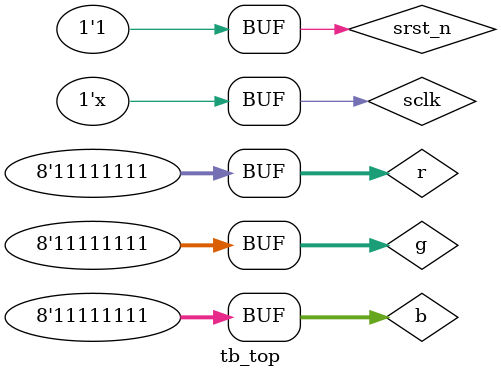
<source format=v>

`timescale 1ns / 1ns
module tb_top ();
/////////////////////////////////////////////
// parameter and signals
/////////////////////////////////////////////
// parameter

// regs or wires
reg sclk = 0;
reg srst_n = 0;
/////////////////////////////////////////////
// main code
/////////////////////////////////////////////
// System clock
always #10 sclk = ~sclk;

//inital
initial begin
    #0
     srst_n = 0;
    #30
     srst_n = 1;
end

wire hsync,vsync;
wire ro,go,bo;
wire [7:0] roarr;
wire [7:0] goarr;
wire [7:0] boarr;

wire [15:0] hpixel;
wire [15:0] vpixel;

reg [7:0] r;
reg [7:0] g;
reg [7:0] b;

initial begin
    #0
     r = 255;
    g = 255;
    b = 255;
end

// models
vga vga_test(
        .clk(sclk),
        .rst_n(srst_n),
        .inR(r),
        .inG(g),
        .inB(b),

        .Hsync(hsync),
        .Vsync(vsync),
        .Ro(roarr),
        .Go(goarr),
        .Bo(boarr),

        .HPixel(hpixel),
        .VPixel(vpixel)
    );

/////////////////////////////////////////////
// code end
/////////////////////////////////////////////
endmodule

</source>
